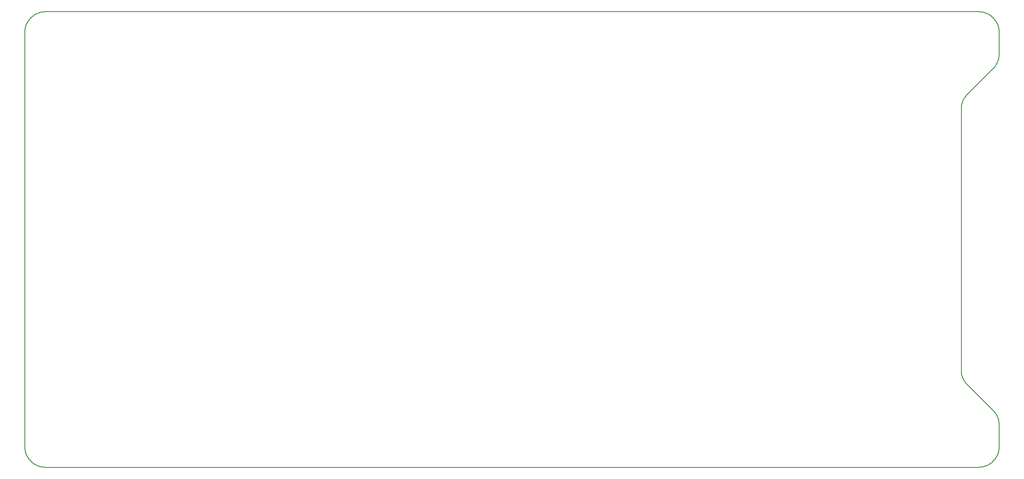
<source format=gko>
%FSTAX23Y23*%
%MOIN*%
%SFA1B1*%

%IPPOS*%
%ADD11C,0.005000*%
%LNrmx_explorer_board-1*%
%LPD*%
G54D11*
X07614Y00196D02*
X07624Y00197D01*
X07634Y00198*
X07644Y00199*
X07654Y00201*
X07664Y00204*
X07673Y00208*
X07683Y00212*
X07692Y00216*
X077Y00221*
X07709Y00227*
X07717Y00233*
X07724Y0024*
X07731Y00247*
X07738Y00255*
X07744Y00263*
X0775Y00271*
X07755Y0028*
X0776Y00289*
X07764Y00298*
X07767Y00308*
X0777Y00317*
X07772Y00327*
X07774Y00337*
X07775Y00347*
X07775Y00357*
Y00523D02*
X07775Y00533D01*
X07774Y00543*
X07772Y00552*
X0777Y00562*
X07768Y00571*
X07765Y0058*
X07761Y00589*
X07757Y00598*
X07752Y00607*
X07747Y00615*
X07741Y00623*
X07735Y0063*
X07728Y00637*
X0748Y00952D02*
X0748Y00942D01*
X07481Y00933*
X07482Y00923*
X07484Y00913*
X07487Y00904*
X0749Y00895*
X07494Y00886*
X07498Y00877*
X07503Y00869*
X07508Y00861*
X07514Y00853*
X0752Y00845*
X07527Y00838*
Y03098D02*
X0752Y03091D01*
X07514Y03083*
X07508Y03075*
X07503Y03067*
X07498Y03059*
X07494Y0305*
X0749Y03041*
X07487Y03032*
X07484Y03023*
X07482Y03013*
X07481Y03003*
X0748Y02994*
X0748Y02984*
X07728Y03299D02*
X07735Y03306D01*
X07741Y03313*
X07747Y03321*
X07752Y03329*
X07757Y03338*
X07761Y03347*
X07765Y03356*
X07768Y03365*
X0777Y03374*
X07772Y03384*
X07774Y03393*
X07775Y03403*
X07775Y03413*
Y03579D02*
X07775Y03589D01*
X07774Y03599*
X07772Y03609*
X0777Y03619*
X07767Y03628*
X07764Y03638*
X0776Y03647*
X07755Y03656*
X0775Y03665*
X07744Y03673*
X07738Y03681*
X07731Y03689*
X07724Y03696*
X07717Y03703*
X07709Y03709*
X077Y03715*
X07692Y0372*
X07683Y03724*
X07673Y03728*
X07664Y03732*
X07654Y03735*
X07644Y03737*
X07634Y03738*
X07624Y03739*
X07614Y0374*
X00357D02*
X00347Y03739D01*
X00337Y03738*
X00327Y03737*
X00317Y03735*
X00308Y03732*
X00298Y03728*
X00289Y03724*
X0028Y0372*
X00271Y03715*
X00263Y03709*
X00255Y03703*
X00247Y03696*
X0024Y03689*
X00233Y03681*
X00227Y03673*
X00221Y03665*
X00216Y03656*
X00212Y03647*
X00208Y03638*
X00204Y03628*
X00201Y03619*
X00199Y03609*
X00198Y03599*
X00197Y03589*
X00196Y03579*
Y00357D02*
X00197Y00347D01*
X00198Y00337*
X00199Y00327*
X00201Y00317*
X00204Y00308*
X00208Y00298*
X00212Y00289*
X00216Y0028*
X00221Y00271*
X00227Y00263*
X00233Y00255*
X0024Y00247*
X00247Y0024*
X00255Y00233*
X00263Y00227*
X00271Y00221*
X0028Y00216*
X00289Y00212*
X00298Y00208*
X00308Y00204*
X00317Y00201*
X00327Y00199*
X00337Y00198*
X00347Y00197*
X00357Y00196*
X07614*
X07775Y00357D02*
Y00523D01*
X07527Y00838D02*
X07728Y00637D01*
X0748Y00952D02*
Y02984D01*
X07527Y03098D02*
X07728Y03299D01*
X07775Y03413D02*
Y03579D01*
X00357Y0374D02*
X07614D01*
X00196Y00357D02*
Y03579D01*
M02*
</source>
